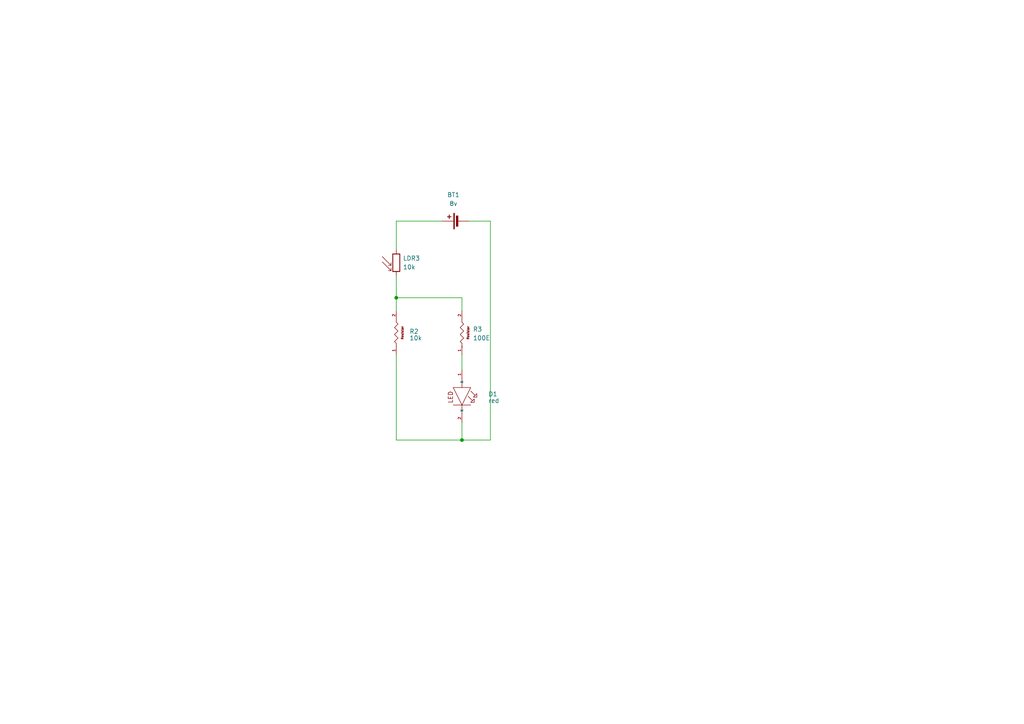
<source format=kicad_sch>
(kicad_sch (version 20231120) (generator "eeschema") (generator_version "8.0")
  (paper "A4")
  (lib_symbols
    (symbol "Device:Battery_Cell" (pin_numbers hide) (pin_names (offset 0) hide)
      (property "Reference" "BT" (at 2.54 2.54 0))
      (property "Value" "Battery_Cell" (at 2.54 0 0))
      (symbol "Battery_Cell_0_1"
        (rectangle (start -2.286 1.778) (end 2.286 1.524) (fill (type outline)))
        (rectangle (start -1.524 1.016) (end 1.524 0.508) (fill (type outline)))
        (polyline (pts (xy 0 0.762) (xy 0 0)))
        (polyline (pts (xy 0 1.778) (xy 0 2.54)))
        (polyline (pts (xy 0.762 3.048) (xy 1.778 3.048)) (stroke (width 0.254)))
        (polyline (pts (xy 1.27 3.556) (xy 1.27 2.54)) (stroke (width 0.254)))
      )
      (symbol "Battery_Cell_1_1"
        (pin passive line (at 0 5.08 270) (length 2.54) (name "+") (number "1"))
        (pin passive line (at 0 -2.54 90) (length 2.54) (name "-") (number "2"))
      )
    )
    (symbol "Led_1:Led"
      (property "Reference" "D" (at -0.762 0 0))
      (symbol "Led_0_1"
        (polyline (pts (xy 0.254 5.842) (xy 0.254 5.842)))
        (polyline (pts (xy 2.54 2.54) (xy 2.54 -2.54)))
        (polyline (pts (xy -2.54 2.54) (xy -2.54 -2.54) (xy 2.54 0) (xy -2.54 2.54)))
      )
      (symbol "Led_1_1"
        (polyline (pts (xy -2.54 0) (xy -5.08 0)))
        (polyline (pts (xy -1.524 2.54) (xy -0.254 3.81)))
        (polyline (pts (xy 0 1.778) (xy 1.27 3.048)))
        (polyline (pts (xy 2.54 0) (xy 5.08 0)))
        (polyline (pts (xy -0.254 3.81) (xy -0.762 4.318) (xy 0.254 4.318) (xy 0.254 3.302) (xy -0.254 3.81)))
        (polyline (pts (xy 1.27 3.048) (xy 0.762 3.556) (xy 1.778 3.556) (xy 1.778 2.54) (xy 1.27 3.048)))
        (text "LED" (at 0.254 -3.302 0) (effects (font (size 1.27 1.27))))
        (pin passive line (at -7.62 0 0) (length 2.54) (name "A") (number "1"))
        (pin passive line (at 7.62 0 180) (length 2.54) (name "K") (number "2"))
      )
    )
    (symbol "Resistor_1:Resistor"
      (property "Reference" "R" (at 0 1.524 0))
      (symbol "Resistor_1_1"
        (polyline (pts (xy -3.048 0) (xy -4.318 0)))
        (polyline (pts (xy 3.048 0) (xy 3.81 0)))
        (polyline (pts (xy -3.048 0) (xy -2.54 0.508) (xy -1.524 -0.508) (xy -0.508 0.508) (xy 0.508 -0.508) (xy 1.524 0.508) (xy 2.54 -0.508) (xy 3.048 0)))
        (text "Resistor" (at 0 -1.778 0) (effects (font (size 0.635 0.635))))
        (pin passive line (at -6.35 0 0) (length 2.54) (name "") (number "1"))
        (pin passive line (at 6.35 0 180) (length 2.54) (name "") (number "2"))
      )
    )
    (symbol "Sensor_Optical:LDR03" (pin_numbers hide) (pin_names (offset 0))
      (property "Reference" "R" (at -5.08 0 90))
      (property "Value" "LDR03" (at 1.905 0 90))
      (symbol "LDR03_0_1"
        (rectangle (start -1.016 2.54) (end 1.016 -2.54) (stroke (width 0.254)))
        (polyline (pts (xy -1.524 -2.286) (xy -4.064 0.254)))
        (polyline (pts (xy -1.524 -2.286) (xy -2.286 -2.286)))
        (polyline (pts (xy -1.524 -2.286) (xy -1.524 -1.524)))
        (polyline (pts (xy -1.524 -0.762) (xy -4.064 1.778)))
        (polyline (pts (xy -1.524 -0.762) (xy -2.286 -0.762)))
        (polyline (pts (xy -1.524 -0.762) (xy -1.524 0)))
      )
      (symbol "LDR03_1_1"
        (pin passive line (at 0 3.81 270) (length 1.27) (name "~") (number "1"))
        (pin passive line (at 0 -3.81 90) (length 1.27) (name "~") (number "2"))
      )
    )
  )
  (junction (at 133.985 127.635))
  (junction (at 114.935 86.36))
  (wire (pts (xy 142.24 127.635) (xy 133.985 127.635)))
  (wire (pts (xy 142.24 64.135) (xy 135.89 64.135)))
  (wire (pts (xy 133.985 122.555) (xy 133.985 127.635)))
  (wire (pts (xy 114.935 64.135) (xy 114.935 72.39)))
  (wire (pts (xy 133.985 90.17) (xy 133.985 86.36)))
  (wire (pts (xy 133.985 127.635) (xy 114.935 127.635)))
  (wire (pts (xy 133.985 102.87) (xy 133.985 107.315)))
  (wire (pts (xy 114.935 127.635) (xy 114.935 102.87)))
  (wire (pts (xy 142.24 64.135) (xy 142.24 127.635)))
  (wire (pts (xy 114.935 86.36) (xy 133.985 86.36)))
  (wire (pts (xy 114.935 80.01) (xy 114.935 86.36)))
  (wire (pts (xy 114.935 86.36) (xy 114.935 90.17)))
  (wire (pts (xy 128.27 64.135) (xy 114.935 64.135)))
  (symbol (lib_id "Device:Battery_Cell") (at 133.35 64.135 90) (unit 1)
    (property "Reference" "BT1" (at 131.5085 56.515 90))
    (property "Value" "8v" (at 131.5085 59.055 90))
    (property "Footprint" "TerminalBlock:TerminalBlock_bornier-2_P5.08mm" (effects (hide yes)))
    (property "Description" "Single-cell battery" (effects (hide yes)))
  )
  (symbol (lib_id "Resistor_1:Resistor") (at 114.935 96.52 90) (unit 1)
    (property "Reference" "R2" (at 118.745 96.1389 90) (effects (justify right)))
    (property "Value" "10k" (at 118.745 98.044 90) (effects (justify right)))
    (property "Footprint" "Resistor_2:R_D1.6mm" (effects (hide yes)))
  )
  (symbol (lib_id "Led_1:Led") (at 133.985 114.935 270) (unit 1)
    (property "Reference" "D1" (at 141.605 114.2999 90) (effects (justify left)))
    (property "Value" "red" (at 141.605 116.205 90) (effects (justify left)))
    (property "Footprint" "Led_2:Led_D5.00mm" (effects (hide yes)))
  )
  (symbol (lib_id "Resistor_1:Resistor") (at 133.985 96.52 90) (unit 1)
    (property "Reference" "R3" (at 137.16 95.5039 90) (effects (justify right)))
    (property "Value" "100E" (at 137.16 98.0439 90) (effects (justify right)))
    (property "Footprint" "Resistor_2:R_D1.6mm" (effects (hide yes)))
  )
  (symbol (lib_id "Sensor_Optical:LDR03") (at 114.935 76.2 0) (unit 1)
    (property "Reference" "LDR3" (at 116.84 74.9299 0) (effects (justify left)))
    (property "Value" "10k" (at 116.84 77.4699 0) (effects (justify left)))
    (property "Footprint" "OptoDevice:R_LDR_10x8.5mm_P7.6mm_Vertical" (effects (hide yes)))
    (property "Datasheet" "http://www.elektronica-componenten.nl/WebRoot/StoreNL/Shops/61422969/54F1/BA0C/C664/31B9/2173/C0A8/2AB9/2AEF/LDR03IMP.pdf" (effects (hide yes)))
    (property "Description" "light dependent resistor" (effects (hide yes)))
  )
)
</source>
